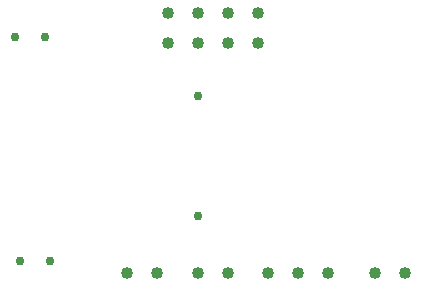
<source format=gbr>
G04 PROTEUS GERBER X2 FILE*
%TF.GenerationSoftware,Labcenter,Proteus,8.6-SP2-Build23525*%
%TF.CreationDate,2023-02-23T10:19:36+00:00*%
%TF.FileFunction,Plated,0,2,PTH*%
%TF.FilePolarity,Positive*%
%TF.Part,Single*%
%FSLAX45Y45*%
%MOMM*%
G01*
%TA.AperFunction,ComponentDrill*%
%ADD27C,0.762000*%
%ADD28C,1.016000*%
%TD.AperFunction*%
D27*
X+1450000Y+2700000D03*
X+1196000Y+2700000D03*
X+1246000Y+800000D03*
X+1500000Y+800000D03*
D28*
X+2750000Y+700000D03*
X+3004000Y+700000D03*
X+3346000Y+700000D03*
X+3600000Y+700000D03*
X+3854000Y+700000D03*
X+4504000Y+700000D03*
X+4250000Y+700000D03*
X+3258000Y+2904000D03*
X+3004000Y+2904000D03*
X+2750000Y+2904000D03*
X+2496000Y+2904000D03*
X+2496000Y+2650000D03*
X+2750000Y+2650000D03*
X+3004000Y+2650000D03*
X+3258000Y+2650000D03*
X+2150000Y+700000D03*
X+2404000Y+700000D03*
D27*
X+2750000Y+2200000D03*
X+2750000Y+1184000D03*
M02*

</source>
